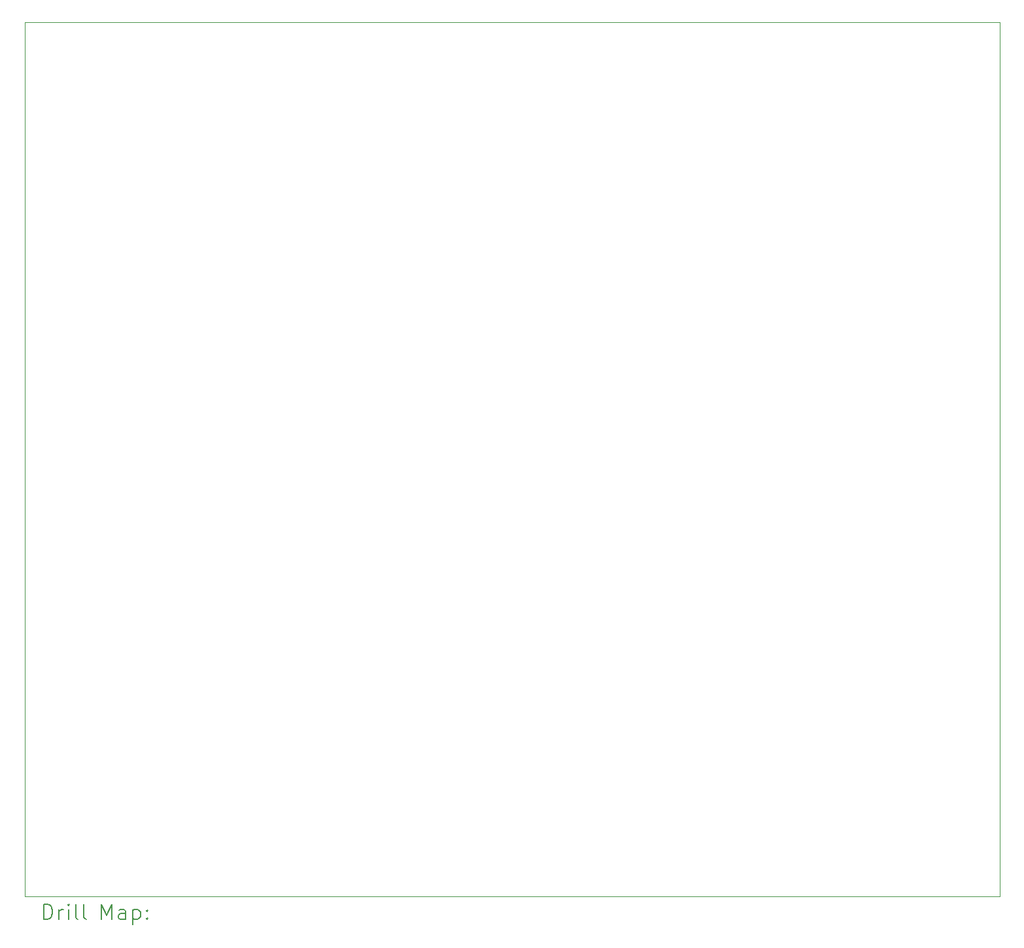
<source format=gbr>
%TF.GenerationSoftware,KiCad,Pcbnew,(7.0.0)*%
%TF.CreationDate,2023-04-15T15:55:12-07:00*%
%TF.ProjectId,FaultSignalGenerator_Isaiah_16Channel,4661756c-7453-4696-976e-616c47656e65,rev?*%
%TF.SameCoordinates,Original*%
%TF.FileFunction,Drillmap*%
%TF.FilePolarity,Positive*%
%FSLAX45Y45*%
G04 Gerber Fmt 4.5, Leading zero omitted, Abs format (unit mm)*
G04 Created by KiCad (PCBNEW (7.0.0)) date 2023-04-15 15:55:12*
%MOMM*%
%LPD*%
G01*
G04 APERTURE LIST*
%ADD10C,0.050000*%
%ADD11C,0.200000*%
G04 APERTURE END LIST*
D10*
X4975000Y-2740000D02*
X17600000Y-2740000D01*
X17600000Y-2740000D02*
X17600000Y-14070000D01*
X17600000Y-14070000D02*
X4975000Y-14070000D01*
X4975000Y-14070000D02*
X4975000Y-2740000D01*
D11*
X5220119Y-14365976D02*
X5220119Y-14165976D01*
X5220119Y-14165976D02*
X5267738Y-14165976D01*
X5267738Y-14165976D02*
X5296310Y-14175500D01*
X5296310Y-14175500D02*
X5315357Y-14194548D01*
X5315357Y-14194548D02*
X5324881Y-14213595D01*
X5324881Y-14213595D02*
X5334405Y-14251690D01*
X5334405Y-14251690D02*
X5334405Y-14280262D01*
X5334405Y-14280262D02*
X5324881Y-14318357D01*
X5324881Y-14318357D02*
X5315357Y-14337405D01*
X5315357Y-14337405D02*
X5296310Y-14356452D01*
X5296310Y-14356452D02*
X5267738Y-14365976D01*
X5267738Y-14365976D02*
X5220119Y-14365976D01*
X5420119Y-14365976D02*
X5420119Y-14232643D01*
X5420119Y-14270738D02*
X5429643Y-14251690D01*
X5429643Y-14251690D02*
X5439167Y-14242167D01*
X5439167Y-14242167D02*
X5458214Y-14232643D01*
X5458214Y-14232643D02*
X5477262Y-14232643D01*
X5543929Y-14365976D02*
X5543929Y-14232643D01*
X5543929Y-14165976D02*
X5534405Y-14175500D01*
X5534405Y-14175500D02*
X5543929Y-14185024D01*
X5543929Y-14185024D02*
X5553452Y-14175500D01*
X5553452Y-14175500D02*
X5543929Y-14165976D01*
X5543929Y-14165976D02*
X5543929Y-14185024D01*
X5667738Y-14365976D02*
X5648690Y-14356452D01*
X5648690Y-14356452D02*
X5639167Y-14337405D01*
X5639167Y-14337405D02*
X5639167Y-14165976D01*
X5772500Y-14365976D02*
X5753452Y-14356452D01*
X5753452Y-14356452D02*
X5743928Y-14337405D01*
X5743928Y-14337405D02*
X5743928Y-14165976D01*
X5968690Y-14365976D02*
X5968690Y-14165976D01*
X5968690Y-14165976D02*
X6035357Y-14308833D01*
X6035357Y-14308833D02*
X6102024Y-14165976D01*
X6102024Y-14165976D02*
X6102024Y-14365976D01*
X6282976Y-14365976D02*
X6282976Y-14261214D01*
X6282976Y-14261214D02*
X6273452Y-14242167D01*
X6273452Y-14242167D02*
X6254405Y-14232643D01*
X6254405Y-14232643D02*
X6216309Y-14232643D01*
X6216309Y-14232643D02*
X6197262Y-14242167D01*
X6282976Y-14356452D02*
X6263928Y-14365976D01*
X6263928Y-14365976D02*
X6216309Y-14365976D01*
X6216309Y-14365976D02*
X6197262Y-14356452D01*
X6197262Y-14356452D02*
X6187738Y-14337405D01*
X6187738Y-14337405D02*
X6187738Y-14318357D01*
X6187738Y-14318357D02*
X6197262Y-14299309D01*
X6197262Y-14299309D02*
X6216309Y-14289786D01*
X6216309Y-14289786D02*
X6263928Y-14289786D01*
X6263928Y-14289786D02*
X6282976Y-14280262D01*
X6378214Y-14232643D02*
X6378214Y-14432643D01*
X6378214Y-14242167D02*
X6397262Y-14232643D01*
X6397262Y-14232643D02*
X6435357Y-14232643D01*
X6435357Y-14232643D02*
X6454405Y-14242167D01*
X6454405Y-14242167D02*
X6463928Y-14251690D01*
X6463928Y-14251690D02*
X6473452Y-14270738D01*
X6473452Y-14270738D02*
X6473452Y-14327881D01*
X6473452Y-14327881D02*
X6463928Y-14346928D01*
X6463928Y-14346928D02*
X6454405Y-14356452D01*
X6454405Y-14356452D02*
X6435357Y-14365976D01*
X6435357Y-14365976D02*
X6397262Y-14365976D01*
X6397262Y-14365976D02*
X6378214Y-14356452D01*
X6559167Y-14346928D02*
X6568690Y-14356452D01*
X6568690Y-14356452D02*
X6559167Y-14365976D01*
X6559167Y-14365976D02*
X6549643Y-14356452D01*
X6549643Y-14356452D02*
X6559167Y-14346928D01*
X6559167Y-14346928D02*
X6559167Y-14365976D01*
X6559167Y-14242167D02*
X6568690Y-14251690D01*
X6568690Y-14251690D02*
X6559167Y-14261214D01*
X6559167Y-14261214D02*
X6549643Y-14251690D01*
X6549643Y-14251690D02*
X6559167Y-14242167D01*
X6559167Y-14242167D02*
X6559167Y-14261214D01*
M02*

</source>
